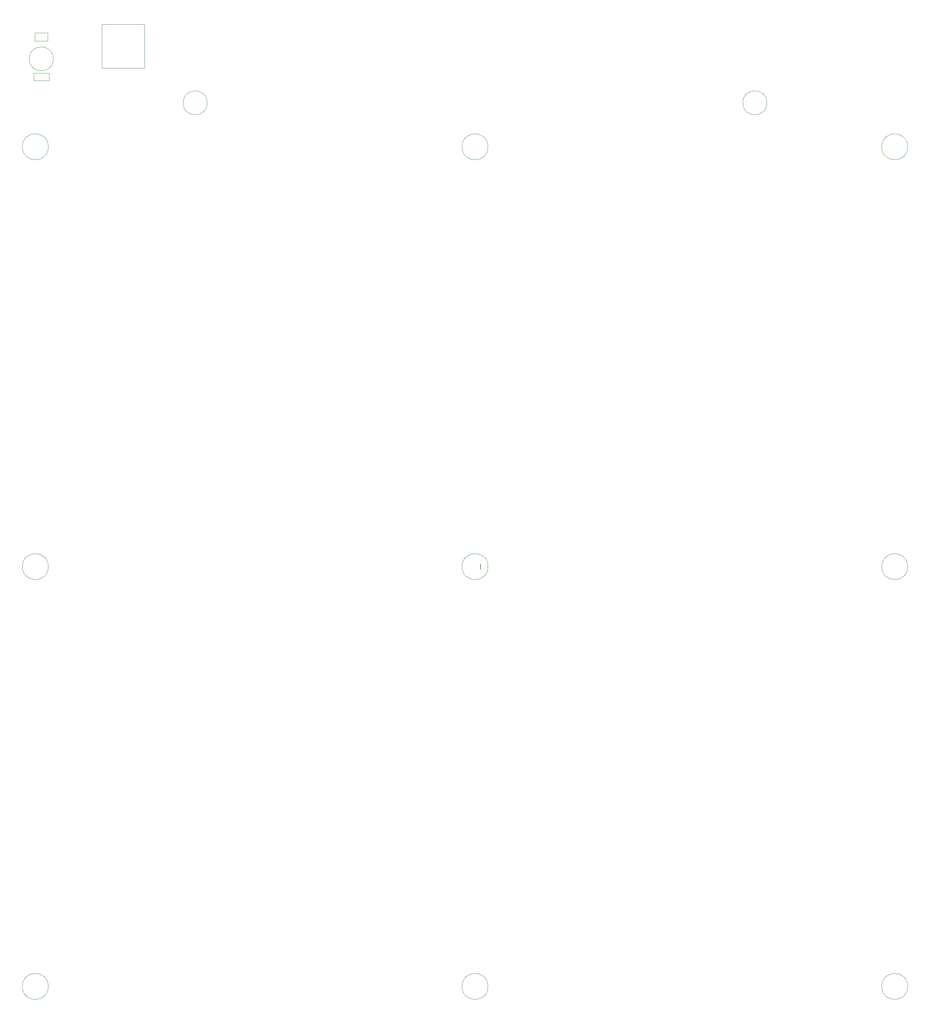
<source format=gbr>
%TF.GenerationSoftware,KiCad,Pcbnew,5.1.5*%
%TF.CreationDate,2020-05-06T17:45:38-07:00*%
%TF.ProjectId,Heatbed-MK52,48656174-6265-4642-9d4d-4b35322e6b69,rev?*%
%TF.SameCoordinates,Original*%
%TF.FileFunction,Other,User*%
%FSLAX46Y46*%
G04 Gerber Fmt 4.6, Leading zero omitted, Abs format (unit mm)*
G04 Created by KiCad (PCBNEW 5.1.5) date 2020-05-06 17:45:38*
%MOMM*%
%LPD*%
G04 APERTURE LIST*
%ADD10C,0.200000*%
%ADD11C,0.100000*%
%ADD12C,0.050000*%
G04 APERTURE END LIST*
D10*
X128400000Y114400000D02*
X128400000Y115700000D01*
D11*
%TO.C,REF\002A\002A*%
X235250000Y10000000D02*
G75*
G03X235250000Y10000000I-3250000J0D01*
G01*
X130250000Y10000000D02*
G75*
G03X130250000Y10000000I-3250000J0D01*
G01*
X20250000Y10000000D02*
G75*
G03X20250000Y10000000I-3250000J0D01*
G01*
X20250000Y220000000D02*
G75*
G03X20250000Y220000000I-3250000J0D01*
G01*
X130250000Y220000000D02*
G75*
G03X130250000Y220000000I-3250000J0D01*
G01*
X235250000Y220000000D02*
G75*
G03X235250000Y220000000I-3250000J0D01*
G01*
X235250000Y115000000D02*
G75*
G03X235250000Y115000000I-3250000J0D01*
G01*
X130250000Y115000000D02*
G75*
G03X130250000Y115000000I-3250000J0D01*
G01*
X20250000Y115000000D02*
G75*
G03X20250000Y115000000I-3250000J0D01*
G01*
X200000000Y231000000D02*
G75*
G03X200000000Y231000000I-3000000J0D01*
G01*
X60000000Y231000000D02*
G75*
G03X60000000Y231000000I-3000000J0D01*
G01*
X21500000Y242000000D02*
G75*
G03X21500000Y242000000I-3000000J0D01*
G01*
D12*
%TO.C,D1*%
X16600000Y238450000D02*
X20400000Y238450000D01*
X16600000Y236550000D02*
X16600000Y238450000D01*
X20400000Y236550000D02*
X16600000Y236550000D01*
X20400000Y238450000D02*
X20400000Y236550000D01*
%TO.C,R1*%
X20100000Y246500000D02*
X16900000Y246500000D01*
X20100000Y248500000D02*
X16900000Y248500000D01*
X20100000Y246500000D02*
X20100000Y248500000D01*
X16900000Y246500000D02*
X16900000Y248500000D01*
%TO.C,J1*%
X33650000Y239710000D02*
X33650000Y250610000D01*
X33650000Y250610000D02*
X44290000Y250610000D01*
X44290000Y250610000D02*
X44290000Y239710000D01*
X44290000Y239710000D02*
X33650000Y239710000D01*
%TD*%
M02*

</source>
